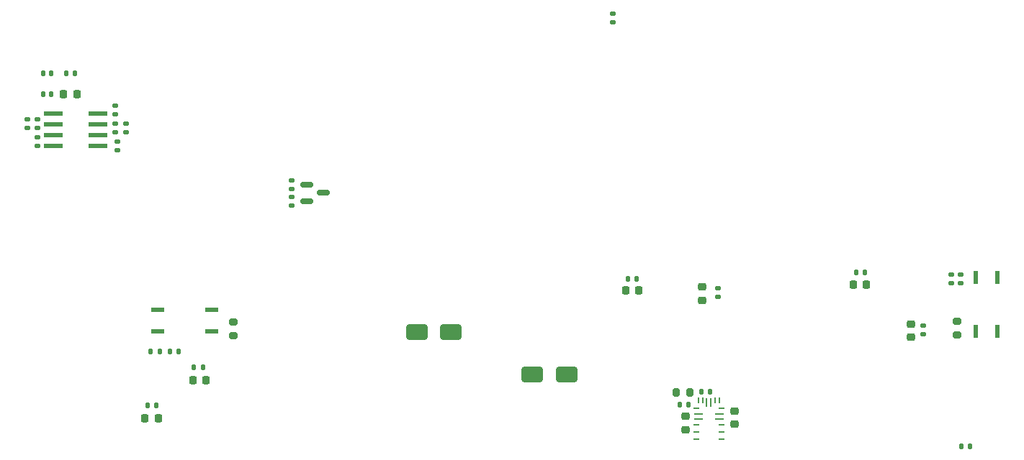
<source format=gbr>
%TF.GenerationSoftware,KiCad,Pcbnew,9.0.7-9.0.7~ubuntu24.04.1*%
%TF.CreationDate,2026-02-19T19:33:50-05:00*%
%TF.ProjectId,plantPartner_PCB1.0,706c616e-7450-4617-9274-6e65725f5043,rev?*%
%TF.SameCoordinates,Original*%
%TF.FileFunction,Paste,Top*%
%TF.FilePolarity,Positive*%
%FSLAX46Y46*%
G04 Gerber Fmt 4.6, Leading zero omitted, Abs format (unit mm)*
G04 Created by KiCad (PCBNEW 9.0.7-9.0.7~ubuntu24.04.1) date 2026-02-19 19:33:50*
%MOMM*%
%LPD*%
G01*
G04 APERTURE LIST*
G04 Aperture macros list*
%AMRoundRect*
0 Rectangle with rounded corners*
0 $1 Rounding radius*
0 $2 $3 $4 $5 $6 $7 $8 $9 X,Y pos of 4 corners*
0 Add a 4 corners polygon primitive as box body*
4,1,4,$2,$3,$4,$5,$6,$7,$8,$9,$2,$3,0*
0 Add four circle primitives for the rounded corners*
1,1,$1+$1,$2,$3*
1,1,$1+$1,$4,$5*
1,1,$1+$1,$6,$7*
1,1,$1+$1,$8,$9*
0 Add four rect primitives between the rounded corners*
20,1,$1+$1,$2,$3,$4,$5,0*
20,1,$1+$1,$4,$5,$6,$7,0*
20,1,$1+$1,$6,$7,$8,$9,0*
20,1,$1+$1,$8,$9,$2,$3,0*%
G04 Aperture macros list end*
%ADD10RoundRect,0.225000X0.250000X-0.225000X0.250000X0.225000X-0.250000X0.225000X-0.250000X-0.225000X0*%
%ADD11RoundRect,0.135000X0.185000X-0.135000X0.185000X0.135000X-0.185000X0.135000X-0.185000X-0.135000X0*%
%ADD12RoundRect,0.218750X-0.256250X0.218750X-0.256250X-0.218750X0.256250X-0.218750X0.256250X0.218750X0*%
%ADD13RoundRect,0.218750X-0.218750X-0.256250X0.218750X-0.256250X0.218750X0.256250X-0.218750X0.256250X0*%
%ADD14RoundRect,0.200000X-0.275000X0.200000X-0.275000X-0.200000X0.275000X-0.200000X0.275000X0.200000X0*%
%ADD15RoundRect,0.135000X-0.135000X-0.185000X0.135000X-0.185000X0.135000X0.185000X-0.135000X0.185000X0*%
%ADD16RoundRect,0.250000X-1.000000X-0.650000X1.000000X-0.650000X1.000000X0.650000X-1.000000X0.650000X0*%
%ADD17R,2.209800X0.609600*%
%ADD18RoundRect,0.135000X0.135000X0.185000X-0.135000X0.185000X-0.135000X-0.185000X0.135000X-0.185000X0*%
%ADD19RoundRect,0.135000X-0.185000X0.135000X-0.185000X-0.135000X0.185000X-0.135000X0.185000X0.135000X0*%
%ADD20RoundRect,0.218750X0.218750X0.256250X-0.218750X0.256250X-0.218750X-0.256250X0.218750X-0.256250X0*%
%ADD21RoundRect,0.150000X-0.587500X-0.150000X0.587500X-0.150000X0.587500X0.150000X-0.587500X0.150000X0*%
%ADD22R,0.600000X1.500000*%
%ADD23RoundRect,0.200000X0.200000X0.275000X-0.200000X0.275000X-0.200000X-0.275000X0.200000X-0.275000X0*%
%ADD24RoundRect,0.140000X0.140000X0.170000X-0.140000X0.170000X-0.140000X-0.170000X0.140000X-0.170000X0*%
%ADD25R,0.700000X0.250000*%
%ADD26R,1.100000X0.250000*%
%ADD27R,0.250000X0.700000*%
%ADD28R,0.250000X1.100000*%
%ADD29R,1.500000X0.600000*%
%ADD30RoundRect,0.225000X-0.250000X0.225000X-0.250000X-0.225000X0.250000X-0.225000X0.250000X0.225000X0*%
G04 APERTURE END LIST*
D10*
%TO.C,C1*%
X186550000Y-108750000D03*
X186550000Y-107200000D03*
%TD*%
D11*
%TO.C,R19*%
X213150000Y-92150000D03*
X213150000Y-91130000D03*
%TD*%
D12*
%TO.C,D11*%
X182800000Y-92585000D03*
X182800000Y-94160000D03*
%TD*%
D13*
%TO.C,D3*%
X117225000Y-108050000D03*
X118800000Y-108050000D03*
%TD*%
D14*
%TO.C,R13*%
X127650000Y-96680000D03*
X127650000Y-98330000D03*
%TD*%
D15*
%TO.C,R22*%
X174030000Y-91650000D03*
X175050000Y-91650000D03*
%TD*%
D12*
%TO.C,D5*%
X207310000Y-96947500D03*
X207310000Y-98522500D03*
%TD*%
D11*
%TO.C,R5*%
X115000000Y-74360000D03*
X115000000Y-73340000D03*
%TD*%
%TO.C,R6*%
X113800000Y-74365000D03*
X113800000Y-73345000D03*
%TD*%
D16*
%TO.C,D8*%
X149250000Y-97922500D03*
X153250000Y-97922500D03*
%TD*%
D11*
%TO.C,R11*%
X104598800Y-73870000D03*
X104598800Y-72850000D03*
%TD*%
D16*
%TO.C,D9*%
X162815000Y-102872500D03*
X166815000Y-102872500D03*
%TD*%
D17*
%TO.C,U2*%
X111715000Y-75970000D03*
X111715000Y-74700000D03*
X111715000Y-73430000D03*
X111715000Y-72160000D03*
X106482600Y-72160000D03*
X106482600Y-73430000D03*
X106482600Y-74700000D03*
X106482600Y-75970000D03*
%TD*%
D13*
%TO.C,D1*%
X107682500Y-69900000D03*
X109257500Y-69900000D03*
%TD*%
D18*
%TO.C,R24*%
X214270000Y-111350000D03*
X213250000Y-111350000D03*
%TD*%
D15*
%TO.C,R15*%
X117950000Y-100150000D03*
X118970000Y-100150000D03*
%TD*%
D19*
%TO.C,R7*%
X113750000Y-71210000D03*
X113750000Y-72230000D03*
%TD*%
D11*
%TO.C,R23*%
X172250000Y-61370000D03*
X172250000Y-60350000D03*
%TD*%
D20*
%TO.C,D2*%
X124450000Y-103580000D03*
X122875000Y-103580000D03*
%TD*%
D21*
%TO.C,Q4*%
X136312500Y-80550000D03*
X136312500Y-82450000D03*
X138187500Y-81500000D03*
%TD*%
D20*
%TO.C,D6*%
X202100000Y-92300000D03*
X200525000Y-92300000D03*
%TD*%
D19*
%TO.C,R9*%
X104648800Y-74955000D03*
X104648800Y-75975000D03*
%TD*%
D22*
%TO.C,U4*%
X214910000Y-97809999D03*
X217450000Y-97809999D03*
X217450000Y-91459999D03*
X214910000Y-91459999D03*
%TD*%
D11*
%TO.C,R10*%
X103400000Y-73870000D03*
X103400000Y-72850000D03*
%TD*%
D23*
%TO.C,R3*%
X181350000Y-105000000D03*
X179700000Y-105000000D03*
%TD*%
D14*
%TO.C,R18*%
X212710000Y-96580000D03*
X212710000Y-98230000D03*
%TD*%
D24*
%TO.C,C4*%
X106260000Y-67400000D03*
X105300000Y-67400000D03*
%TD*%
D19*
%TO.C,R4*%
X114000000Y-75490000D03*
X114000000Y-76510000D03*
%TD*%
D25*
%TO.C,IC1*%
X182110000Y-106870000D03*
D26*
X182310000Y-107520000D03*
X182310000Y-108170000D03*
D25*
X182110000Y-108820000D03*
X182110000Y-109670000D03*
X182110000Y-110520000D03*
X185010000Y-110520000D03*
X185010000Y-109670000D03*
X185010000Y-108820000D03*
D26*
X184810000Y-108170000D03*
X184810000Y-107520000D03*
D25*
X185010000Y-106870000D03*
D27*
X184810000Y-105970000D03*
X184310000Y-105970000D03*
D28*
X183810000Y-106170000D03*
X183310000Y-106170000D03*
D27*
X182810000Y-105970000D03*
X182310000Y-105970000D03*
%TD*%
D18*
%TO.C,R1*%
X183710000Y-104900000D03*
X182690000Y-104900000D03*
%TD*%
D15*
%TO.C,R16*%
X117530000Y-106550000D03*
X118550000Y-106550000D03*
%TD*%
D19*
%TO.C,R17*%
X208750000Y-97130000D03*
X208750000Y-98150000D03*
%TD*%
D20*
%TO.C,D10*%
X175325000Y-93000000D03*
X173750000Y-93000000D03*
%TD*%
D19*
%TO.C,R27*%
X134500000Y-81990000D03*
X134500000Y-83010000D03*
%TD*%
%TO.C,R25*%
X134500000Y-79990000D03*
X134500000Y-81010000D03*
%TD*%
%TO.C,R20*%
X212050000Y-91140000D03*
X212050000Y-92160000D03*
%TD*%
%TO.C,R26*%
X184650000Y-92690000D03*
X184650000Y-93710000D03*
%TD*%
D18*
%TO.C,R21*%
X201870000Y-90900000D03*
X200850000Y-90900000D03*
%TD*%
D15*
%TO.C,R8*%
X107980000Y-67400000D03*
X109000000Y-67400000D03*
%TD*%
D24*
%TO.C,C3*%
X106260000Y-69900000D03*
X105300000Y-69900000D03*
%TD*%
D15*
%TO.C,R2*%
X180150000Y-106400000D03*
X181170000Y-106400000D03*
%TD*%
D18*
%TO.C,R14*%
X121200000Y-100200000D03*
X120180000Y-100200000D03*
%TD*%
D29*
%TO.C,U1*%
X125068000Y-97820000D03*
X125068000Y-95280000D03*
X118718000Y-95280000D03*
X118718000Y-97820000D03*
%TD*%
D18*
%TO.C,R12*%
X124050000Y-102000000D03*
X123030000Y-102000000D03*
%TD*%
D30*
%TO.C,C2*%
X180850000Y-107825000D03*
X180850000Y-109375000D03*
%TD*%
M02*

</source>
